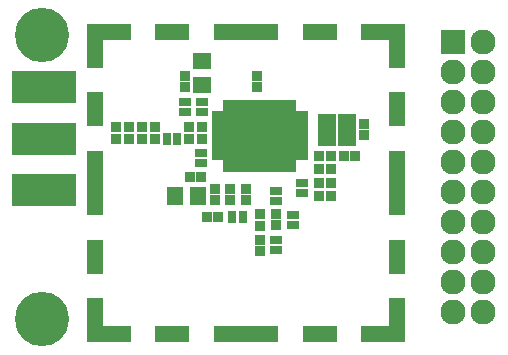
<source format=gts>
G04 #@! TF.GenerationSoftware,KiCad,Pcbnew,(2017-01-24 revision 0b6147e)-makepkg*
G04 #@! TF.CreationDate,2018-02-06T10:22:29-08:00*
G04 #@! TF.ProjectId,sx1238RfModule,73783132333852664D6F64756C652E6B,rev?*
G04 #@! TF.FileFunction,Soldermask,Top*
G04 #@! TF.FilePolarity,Negative*
%FSLAX46Y46*%
G04 Gerber Fmt 4.6, Leading zero omitted, Abs format (unit mm)*
G04 Created by KiCad (PCBNEW (2017-01-24 revision 0b6147e)-makepkg) date 02/06/18 10:22:29*
%MOMM*%
%LPD*%
G01*
G04 APERTURE LIST*
%ADD10C,0.100000*%
%ADD11C,1.035000*%
%ADD12R,1.530000X1.616000*%
%ADD13R,0.700000X1.200000*%
%ADD14R,1.200000X0.700000*%
%ADD15R,1.400000X3.700000*%
%ADD16R,3.700000X1.400000*%
%ADD17R,5.500000X1.400000*%
%ADD18R,1.400000X5.500000*%
%ADD19R,1.400000X3.000000*%
%ADD20R,3.000000X1.400000*%
%ADD21R,1.050000X0.750000*%
%ADD22R,1.600000X1.400000*%
%ADD23R,0.900000X0.950000*%
%ADD24R,1.000000X0.800000*%
%ADD25R,5.480000X2.815000*%
%ADD26R,5.480000X2.690000*%
%ADD27C,0.839000*%
%ADD28R,0.950000X0.900000*%
%ADD29R,1.400000X1.600000*%
%ADD30R,0.750000X1.050000*%
%ADD31C,4.600000*%
%ADD32O,2.127200X2.127200*%
%ADD33R,2.127200X2.127200*%
G04 APERTURE END LIST*
D10*
D11*
X112260000Y-94101000D03*
X111130000Y-94101000D03*
X110000000Y-94101000D03*
X108870000Y-94101000D03*
X112260000Y-92885000D03*
X111130000Y-92885000D03*
X110000000Y-92885000D03*
X108870000Y-92885000D03*
X107740000Y-92885000D03*
X107740000Y-94101000D03*
X112260000Y-95317000D03*
X111130000Y-95317000D03*
X110000000Y-95317000D03*
X108870000Y-95317000D03*
D12*
X112260000Y-95317000D03*
X111130000Y-95317000D03*
X110000000Y-95317000D03*
X112260000Y-94101000D03*
X111130000Y-94101000D03*
X110000000Y-94101000D03*
X112260000Y-92885000D03*
X111130000Y-92885000D03*
X110000000Y-92885000D03*
X108870000Y-92885000D03*
X108870000Y-94101000D03*
X108870000Y-95317000D03*
X107740000Y-92885000D03*
X107740000Y-94101000D03*
X107740000Y-95317000D03*
D11*
X107740000Y-95317000D03*
D13*
X107250000Y-91650000D03*
X107750000Y-91650000D03*
X108250000Y-91650000D03*
X108750000Y-91650000D03*
X109250000Y-91650000D03*
X109750000Y-91650000D03*
X110250000Y-91650000D03*
X110750000Y-91650000D03*
X111250000Y-91650000D03*
X111750000Y-91650000D03*
X112250000Y-91650000D03*
X112750000Y-91650000D03*
X107250000Y-96550000D03*
X107750000Y-96550000D03*
X108250000Y-96550000D03*
X108750000Y-96550000D03*
X109250000Y-96550000D03*
X109750000Y-96550000D03*
X110250000Y-96550000D03*
X110750000Y-96550000D03*
X111250000Y-96550000D03*
X111750000Y-96550000D03*
X112250000Y-96550000D03*
X112750000Y-96550000D03*
D14*
X106550000Y-92350000D03*
X106550000Y-92850000D03*
X106550000Y-93350000D03*
X106550000Y-93850000D03*
X106550000Y-94350000D03*
X106550000Y-94850000D03*
X106550000Y-95350000D03*
X106550000Y-95850000D03*
X113450000Y-92350000D03*
X113450000Y-92850000D03*
X113450000Y-93350000D03*
X113450000Y-93850000D03*
X113450000Y-94350000D03*
X113450000Y-94850000D03*
X113450000Y-95350000D03*
X113450000Y-95850000D03*
D15*
X96070000Y-109710000D03*
X96070000Y-86510000D03*
X121570000Y-109710000D03*
X121570000Y-86510000D03*
D16*
X97220000Y-110860000D03*
X97220000Y-85360000D03*
X120420000Y-85360000D03*
X120420000Y-110860000D03*
D17*
X108820000Y-85360000D03*
X108820000Y-110860000D03*
D18*
X96070000Y-98110000D03*
X121570000Y-98110000D03*
D19*
X96070000Y-91860000D03*
X96070000Y-104360000D03*
D20*
X115070000Y-110860000D03*
X102570000Y-110860000D03*
X102570000Y-85360000D03*
X115070000Y-85360000D03*
D19*
X121570000Y-104360000D03*
X121570000Y-91860000D03*
D21*
X111350000Y-99640000D03*
X111350000Y-98790000D03*
X113550000Y-98950000D03*
X113550000Y-98100000D03*
D22*
X117351000Y-94280000D03*
X115651000Y-94280000D03*
X117351000Y-92980000D03*
X115651000Y-92980000D03*
D23*
X108800000Y-99580000D03*
X108800000Y-98630000D03*
D24*
X112800000Y-100775000D03*
X112800000Y-101675000D03*
X111350000Y-103800000D03*
X111350000Y-102900000D03*
D22*
X105100000Y-87790000D03*
X105100000Y-89790000D03*
D25*
X91760000Y-89967500D03*
X91760000Y-98732500D03*
D26*
X91760000Y-94350000D03*
D27*
X92310000Y-89967500D03*
X93060000Y-89967500D03*
X92310000Y-89100000D03*
X93060000Y-89100000D03*
X93060000Y-90850000D03*
X92260000Y-90850000D03*
X93060000Y-99600000D03*
X92310000Y-97850000D03*
X93060000Y-97850000D03*
X93060000Y-98717500D03*
X92310000Y-98717500D03*
X92260000Y-99600000D03*
D28*
X115980000Y-98100000D03*
X115030000Y-98100000D03*
X115980000Y-96950000D03*
X115030000Y-96950000D03*
X115980000Y-95800000D03*
X115030000Y-95800000D03*
X118080000Y-95800000D03*
X117130000Y-95800000D03*
D23*
X118800000Y-94080000D03*
X118800000Y-93130000D03*
X105100000Y-93400000D03*
X105100000Y-94350000D03*
X104000000Y-93400000D03*
X104000000Y-94350000D03*
X101100000Y-93400000D03*
X101100000Y-94350000D03*
X100000000Y-93400000D03*
X100000000Y-94350000D03*
X98900000Y-93400000D03*
X98900000Y-94350000D03*
X103660000Y-89060000D03*
X103660000Y-90010000D03*
X109750000Y-89050000D03*
X109750000Y-90000000D03*
D28*
X105520000Y-101000000D03*
X106470000Y-101000000D03*
D23*
X97800000Y-93400000D03*
X97800000Y-94350000D03*
D28*
X115980000Y-99240000D03*
X115030000Y-99240000D03*
D23*
X111350000Y-100745000D03*
X111350000Y-101695000D03*
X110000000Y-103850000D03*
X110000000Y-102900000D03*
X106200000Y-99580000D03*
X106200000Y-98630000D03*
X110000000Y-101705000D03*
X110000000Y-100755000D03*
X107500000Y-99580000D03*
X107500000Y-98630000D03*
D28*
X104050000Y-97600000D03*
X105000000Y-97600000D03*
D29*
X102800000Y-99200000D03*
X104800000Y-99200000D03*
D30*
X107680000Y-101000000D03*
X108530000Y-101000000D03*
D21*
X105100000Y-91210000D03*
X105100000Y-92060000D03*
X105000000Y-96420000D03*
X105000000Y-95570000D03*
X103670000Y-91210000D03*
X103670000Y-92060000D03*
D30*
X102150000Y-94350000D03*
X103000000Y-94350000D03*
D11*
X90480000Y-86690000D03*
X92680000Y-86690000D03*
X92680000Y-84490000D03*
X90380000Y-84490000D03*
X89980000Y-85590000D03*
X91580000Y-87290000D03*
X93180000Y-85590000D03*
X91580000Y-83990000D03*
D31*
X91580000Y-85590000D03*
D11*
X90480000Y-110750000D03*
X92680000Y-110750000D03*
X92680000Y-108550000D03*
X90380000Y-108550000D03*
X89980000Y-109650000D03*
X91580000Y-111350000D03*
X93180000Y-109650000D03*
X91580000Y-108050000D03*
D31*
X91580000Y-109650000D03*
D32*
X128920000Y-109050000D03*
X126380000Y-109050000D03*
X128920000Y-106510000D03*
X126380000Y-106510000D03*
X128920000Y-103970000D03*
X126380000Y-103970000D03*
X128920000Y-101430000D03*
X126380000Y-101430000D03*
X128920000Y-98890000D03*
X126380000Y-98890000D03*
X128920000Y-96350000D03*
X126380000Y-96350000D03*
X128920000Y-93810000D03*
X126380000Y-93810000D03*
X128920000Y-91270000D03*
X126380000Y-91270000D03*
X128920000Y-88730000D03*
X126380000Y-88730000D03*
X128920000Y-86190000D03*
D33*
X126380000Y-86190000D03*
M02*

</source>
